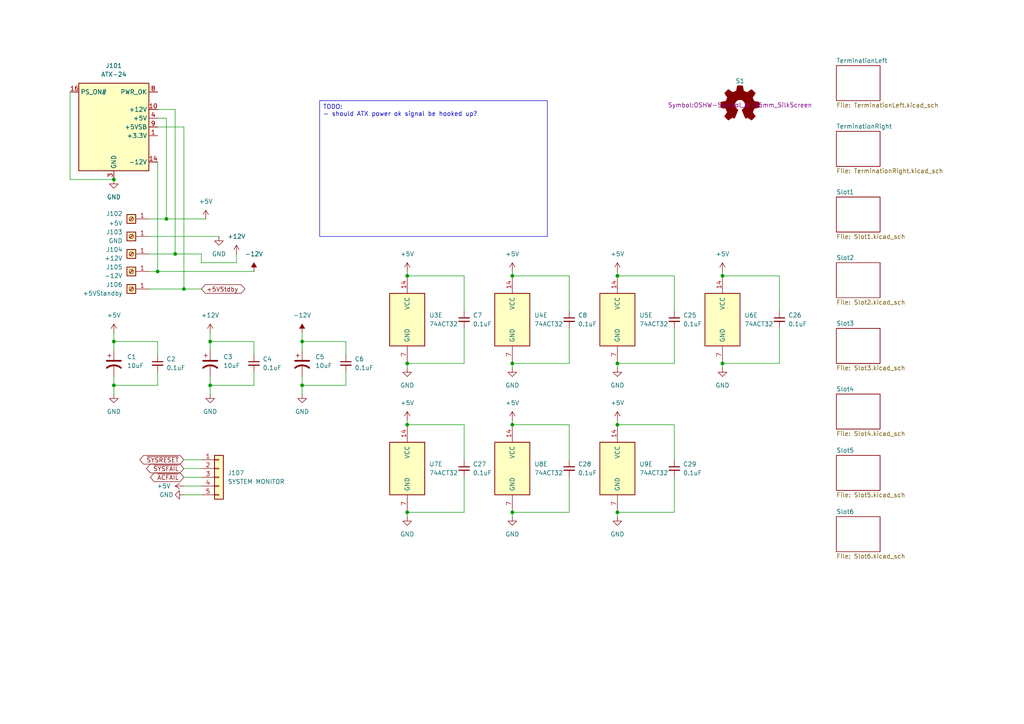
<source format=kicad_sch>
(kicad_sch (version 20231120) (generator "eeschema") (generator_version "8.0")
  (paper "A4")
  (title_block (title "6-Slot Backplane") (rev "1"))
  (lib_symbols
    (symbol "74xx:74LS32" (pin_names (offset 1.016))
      (property "Reference" "U" (at 0 1.27 0))
      (property "Value" "74LS32" (at 0 -1.27 0))
      (symbol "74LS32_1_1"
        (arc (start -3.81 -3.81) (mid -2.589 0) (end -3.81 3.81) (stroke (width 0.254)))
        (arc (start -0.6096 -3.81) (mid 2.1842 -2.5851) (end 3.81 0) (stroke (width 0.254)) (fill (type background)))
        (polyline (pts (xy -3.81 -3.81) (xy -0.635 -3.81)) (stroke (width 0.254)) (fill (type background)))
        (polyline (pts (xy -3.81 3.81) (xy -0.635 3.81)) (stroke (width 0.254)) (fill (type background)))
        (polyline (pts (xy -0.635 3.81) (xy -3.81 3.81) (xy -3.81 3.81) (xy -3.556 3.4036) (xy -3.0226 2.2606) (xy -2.6924 1.0414) (xy -2.6162 -0.254) (xy -2.7686 -1.4986) (xy -3.175 -2.7178) (xy -3.81 -3.81) (xy -3.81 -3.81) (xy -0.635 -3.81)) (stroke (width -25.4)) (fill (type background)))
        (arc (start 3.81 0) (mid 2.1915 2.5936) (end -0.6096 3.81) (stroke (width 0.254)) (fill (type background)))
        (pin input line (at -7.62 2.54 0) (length 4.318) (name "~") (number "1"))
        (pin input line (at -7.62 -2.54 0) (length 4.318) (name "~") (number "2"))
        (pin output line (at 7.62 0 180) (length 3.81) (name "~") (number "3"))
      )
      (symbol "74LS32_1_2"
        (arc (start 0 -3.81) (mid 3.7934 0) (end 0 3.81) (stroke (width 0.254)) (fill (type background)))
        (polyline (pts (xy 0 3.81) (xy -3.81 3.81) (xy -3.81 -3.81) (xy 0 -3.81)) (stroke (width 0.254)) (fill (type background)))
        (pin input inverted (at -7.62 2.54 0) (length 3.81) (name "~") (number "1"))
        (pin input inverted (at -7.62 -2.54 0) (length 3.81) (name "~") (number "2"))
        (pin output inverted (at 7.62 0 180) (length 3.81) (name "~") (number "3"))
      )
      (symbol "74LS32_2_1"
        (arc (start -3.81 -3.81) (mid -2.589 0) (end -3.81 3.81) (stroke (width 0.254)))
        (arc (start -0.6096 -3.81) (mid 2.1842 -2.5851) (end 3.81 0) (stroke (width 0.254)) (fill (type background)))
        (polyline (pts (xy -3.81 -3.81) (xy -0.635 -3.81)) (stroke (width 0.254)) (fill (type background)))
        (polyline (pts (xy -3.81 3.81) (xy -0.635 3.81)) (stroke (width 0.254)) (fill (type background)))
        (polyline (pts (xy -0.635 3.81) (xy -3.81 3.81) (xy -3.81 3.81) (xy -3.556 3.4036) (xy -3.0226 2.2606) (xy -2.6924 1.0414) (xy -2.6162 -0.254) (xy -2.7686 -1.4986) (xy -3.175 -2.7178) (xy -3.81 -3.81) (xy -3.81 -3.81) (xy -0.635 -3.81)) (stroke (width -25.4)) (fill (type background)))
        (arc (start 3.81 0) (mid 2.1915 2.5936) (end -0.6096 3.81) (stroke (width 0.254)) (fill (type background)))
        (pin input line (at -7.62 2.54 0) (length 4.318) (name "~") (number "4"))
        (pin input line (at -7.62 -2.54 0) (length 4.318) (name "~") (number "5"))
        (pin output line (at 7.62 0 180) (length 3.81) (name "~") (number "6"))
      )
      (symbol "74LS32_2_2"
        (arc (start 0 -3.81) (mid 3.7934 0) (end 0 3.81) (stroke (width 0.254)) (fill (type background)))
        (polyline (pts (xy 0 3.81) (xy -3.81 3.81) (xy -3.81 -3.81) (xy 0 -3.81)) (stroke (width 0.254)) (fill (type background)))
        (pin input inverted (at -7.62 2.54 0) (length 3.81) (name "~") (number "4"))
        (pin input inverted (at -7.62 -2.54 0) (length 3.81) (name "~") (number "5"))
        (pin output inverted (at 7.62 0 180) (length 3.81) (name "~") (number "6"))
      )
      (symbol "74LS32_3_1"
        (arc (start -3.81 -3.81) (mid -2.589 0) (end -3.81 3.81) (stroke (width 0.254)))
        (arc (start -0.6096 -3.81) (mid 2.1842 -2.5851) (end 3.81 0) (stroke (width 0.254)) (fill (type background)))
        (polyline (pts (xy -3.81 -3.81) (xy -0.635 -3.81)) (stroke (width 0.254)) (fill (type background)))
        (polyline (pts (xy -3.81 3.81) (xy -0.635 3.81)) (stroke (width 0.254)) (fill (type background)))
        (polyline (pts (xy -0.635 3.81) (xy -3.81 3.81) (xy -3.81 3.81) (xy -3.556 3.4036) (xy -3.0226 2.2606) (xy -2.6924 1.0414) (xy -2.6162 -0.254) (xy -2.7686 -1.4986) (xy -3.175 -2.7178) (xy -3.81 -3.81) (xy -3.81 -3.81) (xy -0.635 -3.81)) (stroke (width -25.4)) (fill (type background)))
        (arc (start 3.81 0) (mid 2.1915 2.5936) (end -0.6096 3.81) (stroke (width 0.254)) (fill (type background)))
        (pin input line (at -7.62 -2.54 0) (length 4.318) (name "~") (number "10"))
        (pin output line (at 7.62 0 180) (length 3.81) (name "~") (number "8"))
        (pin input line (at -7.62 2.54 0) (length 4.318) (name "~") (number "9"))
      )
      (symbol "74LS32_3_2"
        (arc (start 0 -3.81) (mid 3.7934 0) (end 0 3.81) (stroke (width 0.254)) (fill (type background)))
        (polyline (pts (xy 0 3.81) (xy -3.81 3.81) (xy -3.81 -3.81) (xy 0 -3.81)) (stroke (width 0.254)) (fill (type background)))
        (pin input inverted (at -7.62 -2.54 0) (length 3.81) (name "~") (number "10"))
        (pin output inverted (at 7.62 0 180) (length 3.81) (name "~") (number "8"))
        (pin input inverted (at -7.62 2.54 0) (length 3.81) (name "~") (number "9"))
      )
      (symbol "74LS32_4_1"
        (arc (start -3.81 -3.81) (mid -2.589 0) (end -3.81 3.81) (stroke (width 0.254)))
        (arc (start -0.6096 -3.81) (mid 2.1842 -2.5851) (end 3.81 0) (stroke (width 0.254)) (fill (type background)))
        (polyline (pts (xy -3.81 -3.81) (xy -0.635 -3.81)) (stroke (width 0.254)) (fill (type background)))
        (polyline (pts (xy -3.81 3.81) (xy -0.635 3.81)) (stroke (width 0.254)) (fill (type background)))
        (polyline (pts (xy -0.635 3.81) (xy -3.81 3.81) (xy -3.81 3.81) (xy -3.556 3.4036) (xy -3.0226 2.2606) (xy -2.6924 1.0414) (xy -2.6162 -0.254) (xy -2.7686 -1.4986) (xy -3.175 -2.7178) (xy -3.81 -3.81) (xy -3.81 -3.81) (xy -0.635 -3.81)) (stroke (width -25.4)) (fill (type background)))
        (arc (start 3.81 0) (mid 2.1915 2.5936) (end -0.6096 3.81) (stroke (width 0.254)) (fill (type background)))
        (pin output line (at 7.62 0 180) (length 3.81) (name "~") (number "11"))
        (pin input line (at -7.62 2.54 0) (length 4.318) (name "~") (number "12"))
        (pin input line (at -7.62 -2.54 0) (length 4.318) (name "~") (number "13"))
      )
      (symbol "74LS32_4_2"
        (arc (start 0 -3.81) (mid 3.7934 0) (end 0 3.81) (stroke (width 0.254)) (fill (type background)))
        (polyline (pts (xy 0 3.81) (xy -3.81 3.81) (xy -3.81 -3.81) (xy 0 -3.81)) (stroke (width 0.254)) (fill (type background)))
        (pin output inverted (at 7.62 0 180) (length 3.81) (name "~") (number "11"))
        (pin input inverted (at -7.62 2.54 0) (length 3.81) (name "~") (number "12"))
        (pin input inverted (at -7.62 -2.54 0) (length 3.81) (name "~") (number "13"))
      )
      (symbol "74LS32_5_0"
        (pin power_in line (at 0 12.7 270) (length 5.08) (name "VCC") (number "14"))
        (pin power_in line (at 0 -12.7 90) (length 5.08) (name "GND") (number "7"))
      )
      (symbol "74LS32_5_1"
        (rectangle (start -5.08 7.62) (end 5.08 -7.62) (stroke (width 0.254)) (fill (type background)))
      )
    )
    (symbol "Connector:ATX-24"
      (property "Reference" "J" (at -8.89 13.97 0))
      (property "Value" "ATX-24" (at 6.35 13.97 0))
      (symbol "ATX-24_0_1"
        (rectangle (start -10.16 12.7) (end 10.16 -12.7) (stroke (width 0.254)) (fill (type background)))
      )
      (symbol "ATX-24_1_1"
        (pin power_out line (at 12.7 -2.54 180) (length 2.54) (name "+3.3V") (number "1"))
        (pin power_out line (at 12.7 5.08 180) (length 2.54) (name "+12V") (number "10"))
        (pin passive line (at 12.7 5.08 180) (length 2.54) hide (name "+12V") (number "11"))
        (pin passive line (at 12.7 -2.54 180) (length 2.54) hide (name "+3.3V") (number "12"))
        (pin passive line (at 12.7 -2.54 180) (length 2.54) hide (name "+3.3V") (number "13"))
        (pin power_out line (at 12.7 -10.16 180) (length 2.54) (name "-12V") (number "14"))
        (pin passive line (at 0 -15.24 90) (length 2.54) hide (name "GND") (number "15"))
        (pin open_collector line (at -12.7 10.16 0) (length 2.54) (name "PS_ON#") (number "16"))
        (pin passive line (at 0 -15.24 90) (length 2.54) hide (name "GND") (number "17"))
        (pin passive line (at 0 -15.24 90) (length 2.54) hide (name "GND") (number "18"))
        (pin passive line (at 0 -15.24 90) (length 2.54) hide (name "GND") (number "19"))
        (pin passive line (at 12.7 -2.54 180) (length 2.54) hide (name "+3.3V") (number "2"))
        (pin no_connect line (at -10.16 0 0) (length 2.54) hide (name "NC") (number "20"))
        (pin passive line (at 12.7 2.54 180) (length 2.54) hide (name "+5V") (number "21"))
        (pin passive line (at 12.7 2.54 180) (length 2.54) hide (name "+5V") (number "22"))
        (pin passive line (at 12.7 2.54 180) (length 2.54) hide (name "+5V") (number "23"))
        (pin passive line (at 0 -15.24 90) (length 2.54) hide (name "GND") (number "24"))
        (pin power_out line (at 0 -15.24 90) (length 2.54) (name "GND") (number "3"))
        (pin power_out line (at 12.7 2.54 180) (length 2.54) (name "+5V") (number "4"))
        (pin passive line (at 0 -15.24 90) (length 2.54) hide (name "GND") (number "5"))
        (pin passive line (at 12.7 2.54 180) (length 2.54) hide (name "+5V") (number "6"))
        (pin passive line (at 0 -15.24 90) (length 2.54) hide (name "GND") (number "7"))
        (pin output line (at 12.7 10.16 180) (length 2.54) (name "PWR_OK") (number "8"))
        (pin power_out line (at 12.7 0 180) (length 2.54) (name "+5VSB") (number "9"))
      )
    )
    (symbol "Connector:Screw_Terminal_01x01" (pin_names (offset 1.016) hide)
      (property "Reference" "J" (at 0 2.54 0))
      (property "Value" "Screw_Terminal_01x01" (at 0 -2.54 0))
      (symbol "Screw_Terminal_01x01_1_1"
        (rectangle (start -1.27 1.27) (end 1.27 -1.27) (stroke (width 0.254)) (fill (type background)))
        (polyline (pts (xy -0.5334 0.3302) (xy 0.3302 -0.508)) (stroke (width 0.1524)))
        (polyline (pts (xy -0.3556 0.508) (xy 0.508 -0.3302)) (stroke (width 0.1524)))
        (circle (center 0 0) (radius 0.635) (stroke (width 0.1524)))
        (pin passive line (at -5.08 0 0) (length 3.81) (name "Pin_1") (number "1"))
      )
    )
    (symbol "Connector_Generic:Conn_01x05" (pin_names (offset 1.016) hide)
      (property "Reference" "J" (at 0 7.62 0))
      (property "Value" "Conn_01x05" (at 0 -7.62 0))
      (symbol "Conn_01x05_1_1"
        (rectangle (start -1.27 -4.953) (end 0 -5.207) (stroke (width 0.1524)))
        (rectangle (start -1.27 -2.413) (end 0 -2.667) (stroke (width 0.1524)))
        (rectangle (start -1.27 0.127) (end 0 -0.127) (stroke (width 0.1524)))
        (rectangle (start -1.27 2.667) (end 0 2.413) (stroke (width 0.1524)))
        (rectangle (start -1.27 5.207) (end 0 4.953) (stroke (width 0.1524)))
        (rectangle (start -1.27 6.35) (end 1.27 -6.35) (stroke (width 0.254)) (fill (type background)))
        (pin passive line (at -5.08 5.08 0) (length 3.81) (name "Pin_1") (number "1"))
        (pin passive line (at -5.08 2.54 0) (length 3.81) (name "Pin_2") (number "2"))
        (pin passive line (at -5.08 0 0) (length 3.81) (name "Pin_3") (number "3"))
        (pin passive line (at -5.08 -2.54 0) (length 3.81) (name "Pin_4") (number "4"))
        (pin passive line (at -5.08 -5.08 0) (length 3.81) (name "Pin_5") (number "5"))
      )
    )
    (symbol "Device:C_Polarized_US" (pin_numbers hide) (pin_names (offset 0.254) hide)
      (property "Reference" "C" (at 0.635 2.54 0))
      (property "Value" "C_Polarized_US" (at 0.635 -2.54 0))
      (symbol "C_Polarized_US_0_1"
        (polyline (pts (xy -2.032 0.762) (xy 2.032 0.762)) (stroke (width 0.508)))
        (polyline (pts (xy -1.778 2.286) (xy -0.762 2.286)))
        (polyline (pts (xy -1.27 1.778) (xy -1.27 2.794)))
        (arc (start 2.032 -1.27) (mid 0 -0.5572) (end -2.032 -1.27) (stroke (width 0.508)))
      )
      (symbol "C_Polarized_US_1_1"
        (pin passive line (at 0 3.81 270) (length 2.794) (name "~") (number "1"))
        (pin passive line (at 0 -3.81 90) (length 3.302) (name "~") (number "2"))
      )
    )
    (symbol "Device:C_Small" (pin_numbers hide) (pin_names (offset 0.254) hide)
      (property "Reference" "C" (at 0.254 1.778 0))
      (property "Value" "C_Small" (at 0.254 -2.032 0))
      (symbol "C_Small_0_1"
        (polyline (pts (xy -1.524 -0.508) (xy 1.524 -0.508)) (stroke (width 0.3302)))
        (polyline (pts (xy -1.524 0.508) (xy 1.524 0.508)) (stroke (width 0.3048)))
      )
      (symbol "C_Small_1_1"
        (pin passive line (at 0 2.54 270) (length 2.032) (name "~") (number "1"))
        (pin passive line (at 0 -2.54 90) (length 2.032) (name "~") (number "2"))
      )
    )
    (symbol "Graphic:Logo_Open_Hardware_Small" (in_bom no) (on_board no)
      (symbol "Logo_Open_Hardware_Small_0_1"
        (polyline (pts (xy 3.3528 -4.3434) (xy 3.302 -4.318) (xy 3.175 -4.2418) (xy 2.9972 -4.1148) (xy 2.7686 -3.9624) (xy 2.54 -3.81) (xy 2.3622 -3.7084) (xy 2.2352 -3.6068) (xy 2.1844 -3.5814) (xy 2.159 -3.6068) (xy 2.0574 -3.6576) (xy 1.905 -3.7338) (xy 1.8034 -3.7846) (xy 1.6764 -3.8354) (xy 1.6002 -3.8354) (xy 1.6002 -3.8354) (xy 1.5494 -3.7338) (xy 1.4732 -3.5306) (xy 1.3462 -3.302) (xy 1.2446 -3.0226) (xy 1.1176 -2.7178) (xy 0.9652 -2.413) (xy 0.8636 -2.1082) (xy 0.7366 -1.8288) (xy 0.6604 -1.6256) (xy 0.6096 -1.4732) (xy 0.5842 -1.397) (xy 0.5842 -1.397) (xy 0.6604 -1.3208) (xy 0.7874 -1.2446) (xy 1.0414 -1.016) (xy 1.2954 -0.6858) (xy 1.4478 -0.3302) (xy 1.524 0.0762) (xy 1.4732 0.4572) (xy 1.3208 0.8128) (xy 1.0668 1.143) (xy 0.762 1.3716) (xy 0.4064 1.524) (xy 0 1.5748) (xy -0.381 1.5494) (xy -0.7366 1.397) (xy -1.0668 1.143) (xy -1.2192 0.9906) (xy -1.397 0.6604) (xy -1.524 0.3048) (xy -1.524 0.2286) (xy -1.4986 -0.1778) (xy -1.397 -0.5334) (xy -1.1938 -0.8636) (xy -0.9144 -1.143) (xy -0.8636 -1.1684) (xy -0.7366 -1.27) (xy -0.635 -1.3462) (xy -0.5842 -1.397) (xy -1.0668 -2.5908) (xy -1.143 -2.794) (xy -1.2954 -3.1242) (xy -1.397 -3.4036) (xy -1.4986 -3.6322) (xy -1.5748 -3.7846) (xy -1.6002 -3.8354) (xy -1.6002 -3.8354) (xy -1.651 -3.8354) (xy -1.7272 -3.81) (xy -1.905 -3.7338) (xy -2.0066 -3.683) (xy -2.1336 -3.6068) (xy -2.2098 -3.5814) (xy -2.2606 -3.6068) (xy -2.3622 -3.683) (xy -2.54 -3.81) (xy -2.7686 -3.9624) (xy -2.9718 -4.0894) (xy -3.1496 -4.2164) (xy -3.302 -4.318) (xy -3.3528 -4.3434) (xy -3.3782 -4.3434) (xy -3.429 -4.318) (xy -3.5306 -4.2164) (xy -3.7084 -4.064) (xy -3.937 -3.8354) (xy -3.9624 -3.81) (xy -4.1656 -3.6068) (xy -4.318 -3.4544) (xy -4.4196 -3.3274) (xy -4.445 -3.2766) (xy -4.445 -3.2766) (xy -4.4196 -3.2258) (xy -4.318 -3.0734) (xy -4.2164 -2.8956) (xy -4.064 -2.667) (xy -3.6576 -2.0828) (xy -3.8862 -1.5494) (xy -3.937 -1.3716) (xy -4.0386 -1.1684) (xy -4.0894 -1.0414) (xy -4.1148 -0.9652) (xy -4.191 -0.9398) (xy -4.318 -0.9144) (xy -4.5466 -0.8636) (xy -4.8006 -0.8128) (xy -5.0546 -0.7874) (xy -5.2578 -0.7366) (xy -5.4356 -0.7112) (xy -5.5118 -0.6858) (xy -5.5118 -0.6858) (xy -5.5372 -0.635) (xy -5.5372 -0.5588) (xy -5.5372 -0.4318) (xy -5.5626 -0.2286) (xy -5.5626 0.0762) (xy -5.5626 0.127) (xy -5.5372 0.4064) (xy -5.5372 0.635) (xy -5.5372 0.762) (xy -5.5372 0.8382) (xy -5.5372 0.8382) (xy -5.461 0.8382) (xy -5.3086 0.889) (xy -5.08 0.9144) (xy -4.826 0.9652) (xy -4.8006 0.9906) (xy -4.5466 1.0414) (xy -4.318 1.0668) (xy -4.1656 1.1176) (xy -4.0894 1.143) (xy -4.0894 1.143) (xy -4.0386 1.2446) (xy -3.9624 1.4224) (xy -3.8608 1.6256) (xy -3.7846 1.8288) (xy -3.7084 2.0066) (xy -3.6576 2.159) (xy -3.6322 2.2098) (xy -3.6322 2.2098) (xy -3.683 2.286) (xy -3.7592 2.413) (xy -3.8862 2.5908) (xy -4.064 2.8194) (xy -4.064 2.8448) (xy -4.2164 3.0734) (xy -4.3434 3.2512) (xy -4.4196 3.3782) (xy -4.445 3.4544) (xy -4.445 3.4544) (xy -4.3942 3.5052) (xy -4.2926 3.6322) (xy -4.1148 3.81) (xy -3.937 4.0132) (xy -3.8608 4.064) (xy -3.6576 4.2926) (xy -3.5052 4.4196) (xy -3.4036 4.4958) (xy -3.3528 4.5212) (xy -3.3528 4.5212) (xy -3.302 4.4704) (xy -3.1496 4.3688) (xy -2.9718 4.2418) (xy -2.7432 4.0894) (xy -2.7178 4.0894) (xy -2.4892 3.937) (xy -2.3114 3.81) (xy -2.1844 3.7084) (xy -2.1336 3.683) (xy -2.1082 3.683) (xy -2.032 3.7084) (xy -1.8542 3.7592) (xy -1.6764 3.8354) (xy -1.4732 3.937) (xy -1.27 4.0132) (xy -1.143 4.064) (xy -1.0668 4.1148) (xy -1.0668 4.1148) (xy -1.0414 4.191) (xy -1.016 4.3434) (xy -0.9652 4.572) (xy -0.9144 4.8514) (xy -0.889 4.9022) (xy -0.8382 5.1562) (xy -0.8128 5.3848) (xy -0.7874 5.5372) (xy -0.762 5.588) (xy -0.7112 5.6134) (xy -0.5842 5.6134) (xy -0.4064 5.6134) (xy -0.1524 5.6134) (xy 0.0762 5.6134) (xy 0.3302 5.6134) (xy 0.5334 5.6134) (xy 0.6858 5.588) (xy 0.7366 5.588) (xy 0.7366 5.588) (xy 0.762 5.5118) (xy 0.8128 5.334) (xy 0.8382 5.1054) (xy 0.9144 4.826) (xy 0.9144 4.7752) (xy 0.9652 4.5212) (xy 1.016 4.2926) (xy 1.0414 4.1402) (xy 1.0668 4.0894) (xy 1.0668 4.0894) (xy 1.1938 4.0386) (xy 1.3716 3.9624) (xy 1.5748 3.8608) (xy 2.0828 3.6576) (xy 2.7178 4.0894) (xy 2.7686 4.1402) (xy 2.9972 4.2926) (xy 3.175 4.4196) (xy 3.302 4.4958) (xy 3.3782 4.5212) (xy 3.3782 4.5212) (xy 3.429 4.4704) (xy 3.556 4.3434) (xy 3.7338 4.191) (xy 3.9116 3.9878) (xy 4.064 3.8354) (xy 4.2418 3.6576) (xy 4.3434 3.556) (xy 4.4196 3.4798) (xy 4.4196 3.429) (xy 4.4196 3.4036) (xy 4.3942 3.3274) (xy 4.2926 3.2004) (xy 4.1656 2.9972) (xy 4.0132 2.794) (xy 3.8862 2.5908) (xy 3.7592 2.3876) (xy 3.6576 2.2352) (xy 3.6322 2.159) (xy 3.6322 2.1336) (xy 3.683 2.0066) (xy 3.7592 1.8288) (xy 3.8608 1.6002) (xy 4.064 1.1176) (xy 4.3942 1.0414) (xy 4.5974 1.016) (xy 4.8768 0.9652) (xy 5.1308 0.9144) (xy 5.5372 0.8382) (xy 5.5626 -0.6604) (xy 5.4864 -0.6858) (xy 5.4356 -0.6858) (xy 5.2832 -0.7366) (xy 5.0546 -0.762) (xy 4.8006 -0.8128) (xy 4.5974 -0.8636) (xy 4.3688 -0.9144) (xy 4.2164 -0.9398) (xy 4.1402 -0.9398) (xy 4.1148 -0.9652) (xy 4.064 -1.0668) (xy 3.9878 -1.2446) (xy 3.9116 -1.4478) (xy 3.81 -1.651) (xy 3.7338 -1.8542) (xy 3.683 -2.0066) (xy 3.6576 -2.0828) (xy 3.683 -2.1336) (xy 3.7846 -2.2606) (xy 3.8862 -2.4638) (xy 4.0386 -2.667) (xy 4.191 -2.8956) (xy 4.318 -3.0734) (xy 4.3942 -3.2004) (xy 4.445 -3.2766) (xy 4.4196 -3.3274) (xy 4.3434 -3.429) (xy 4.1656 -3.5814) (xy 3.937 -3.8354) (xy 3.8862 -3.8608) (xy 3.683 -4.064) (xy 3.5306 -4.2164) (xy 3.4036 -4.318) (xy 3.3528 -4.3434)) (fill (type outline)))
      )
    )
    (symbol "power:+12V" (power) (pin_numbers hide) (pin_names (offset 0) hide)
      (property "Value" "+12V" (at 0 3.556 0))
      (symbol "+12V_0_1"
        (polyline (pts (xy -0.762 1.27) (xy 0 2.54)))
        (polyline (pts (xy 0 0) (xy 0 2.54)))
        (polyline (pts (xy 0 2.54) (xy 0.762 1.27)))
      )
      (symbol "+12V_1_1"
        (pin power_in line (at 0 0 90) (length 0) (name "~") (number "1"))
      )
    )
    (symbol "power:+5V" (power) (pin_numbers hide) (pin_names (offset 0) hide)
      (property "Value" "+5V" (at 0 3.556 0))
      (symbol "+5V_0_1"
        (polyline (pts (xy -0.762 1.27) (xy 0 2.54)))
        (polyline (pts (xy 0 0) (xy 0 2.54)))
        (polyline (pts (xy 0 2.54) (xy 0.762 1.27)))
      )
      (symbol "+5V_1_1"
        (pin power_in line (at 0 0 90) (length 0) (name "~") (number "1"))
      )
    )
    (symbol "power:-12V" (power) (pin_numbers hide) (pin_names (offset 0) hide)
      (property "Value" "-12V" (at 0 3.556 0))
      (symbol "-12V_0_0"
        (pin power_in line (at 0 0 90) (length 0) (name "~") (number "1"))
      )
      (symbol "-12V_0_1"
        (polyline (pts (xy 0 0) (xy 0 1.27) (xy 0.762 1.27) (xy 0 2.54) (xy -0.762 1.27) (xy 0 1.27)) (fill (type outline)))
      )
    )
    (symbol "power:GND" (power) (pin_numbers hide) (pin_names (offset 0) hide)
      (property "Value" "GND" (at 0 -3.81 0))
      (symbol "GND_0_1"
        (polyline (pts (xy 0 0) (xy 0 -1.27) (xy 1.27 -1.27) (xy 0 -2.54) (xy -1.27 -1.27) (xy 0 -1.27)))
      )
      (symbol "GND_1_1"
        (pin power_in line (at 0 0 270) (length 0) (name "~") (number "1"))
      )
    )
  )
  (junction (at 33.02 52.07))
  (junction (at 48.26 63.5))
  (junction (at 209.55 105.41))
  (junction (at 53.34 83.82))
  (junction (at 118.11 80.01))
  (junction (at 148.59 148.59))
  (junction (at 148.59 105.41))
  (junction (at 87.63 99.06))
  (junction (at 118.11 105.41))
  (junction (at 118.11 148.59))
  (junction (at 33.02 111.76))
  (junction (at 148.59 80.01))
  (junction (at 50.8 73.66))
  (junction (at 87.63 111.76))
  (junction (at 209.55 80.01))
  (junction (at 45.72 78.74))
  (junction (at 60.96 111.76))
  (junction (at 179.07 105.41))
  (junction (at 60.96 99.06))
  (junction (at 33.02 99.06))
  (junction (at 179.07 80.01))
  (junction (at 148.59 123.19))
  (junction (at 118.11 123.19))
  (junction (at 179.07 148.59))
  (junction (at 179.07 123.19))
  (wire (pts (xy 50.8 73.66) (xy 58.42 73.66)))
  (wire (pts (xy 100.33 99.06) (xy 87.63 99.06)))
  (wire (pts (xy 118.11 78.74) (xy 118.11 80.01)))
  (wire (pts (xy 45.72 78.74) (xy 73.66 78.74)))
  (wire (pts (xy 87.63 96.52) (xy 87.63 99.06)))
  (wire (pts (xy 53.34 36.83) (xy 45.72 36.83)))
  (wire (pts (xy 60.96 109.22) (xy 60.96 111.76)))
  (wire (pts (xy 148.59 80.01) (xy 165.1 80.01)))
  (wire (pts (xy 165.1 133.35) (xy 165.1 123.19)))
  (wire (pts (xy 179.07 149.86) (xy 179.07 148.59)))
  (wire (pts (xy 60.96 96.52) (xy 60.96 99.06)))
  (wire (pts (xy 134.62 138.43) (xy 134.62 148.59)))
  (wire (pts (xy 73.66 102.87) (xy 73.66 99.06)))
  (wire (pts (xy 226.06 90.17) (xy 226.06 80.01)))
  (wire (pts (xy 20.32 26.67) (xy 20.32 52.07)))
  (wire (pts (xy 73.66 99.06) (xy 60.96 99.06)))
  (wire (pts (xy 134.62 105.41) (xy 118.11 105.41)))
  (wire (pts (xy 87.63 109.22) (xy 87.63 111.76)))
  (wire (pts (xy 43.18 83.82) (xy 53.34 83.82)))
  (wire (pts (xy 118.11 149.86) (xy 118.11 148.59)))
  (wire (pts (xy 179.07 121.92) (xy 179.07 123.19)))
  (wire (pts (xy 165.1 95.25) (xy 165.1 105.41)))
  (wire (pts (xy 20.32 52.07) (xy 33.02 52.07)))
  (wire (pts (xy 195.58 138.43) (xy 195.58 148.59)))
  (wire (pts (xy 33.02 109.22) (xy 33.02 111.76)))
  (wire (pts (xy 43.18 68.58) (xy 63.5 68.58)))
  (wire (pts (xy 134.62 133.35) (xy 134.62 123.19)))
  (wire (pts (xy 226.06 105.41) (xy 209.55 105.41)))
  (wire (pts (xy 87.63 99.06) (xy 87.63 101.6)))
  (wire (pts (xy 195.58 90.17) (xy 195.58 80.01)))
  (wire (pts (xy 48.26 63.5) (xy 48.26 34.29)))
  (wire (pts (xy 179.07 80.01) (xy 195.58 80.01)))
  (wire (pts (xy 53.34 135.89) (xy 58.42 135.89)))
  (wire (pts (xy 165.1 148.59) (xy 148.59 148.59)))
  (wire (pts (xy 118.11 123.19) (xy 134.62 123.19)))
  (wire (pts (xy 45.72 99.06) (xy 33.02 99.06)))
  (wire (pts (xy 100.33 102.87) (xy 100.33 99.06)))
  (wire (pts (xy 134.62 95.25) (xy 134.62 105.41)))
  (wire (pts (xy 195.58 148.59) (xy 179.07 148.59)))
  (wire (pts (xy 179.07 78.74) (xy 179.07 80.01)))
  (wire (pts (xy 134.62 90.17) (xy 134.62 80.01)))
  (wire (pts (xy 33.02 99.06) (xy 33.02 101.6)))
  (wire (pts (xy 148.59 123.19) (xy 165.1 123.19)))
  (wire (pts (xy 148.59 78.74) (xy 148.59 80.01)))
  (wire (pts (xy 48.26 34.29) (xy 45.72 34.29)))
  (wire (pts (xy 50.8 31.75) (xy 45.72 31.75)))
  (wire (pts (xy 60.96 111.76) (xy 60.96 114.3)))
  (wire (pts (xy 226.06 95.25) (xy 226.06 105.41)))
  (wire (pts (xy 100.33 107.95) (xy 100.33 111.76)))
  (wire (pts (xy 45.72 78.74) (xy 43.18 78.74)))
  (wire (pts (xy 148.59 149.86) (xy 148.59 148.59)))
  (wire (pts (xy 87.63 111.76) (xy 87.63 114.3)))
  (wire (pts (xy 118.11 80.01) (xy 134.62 80.01)))
  (wire (pts (xy 45.72 46.99) (xy 45.72 78.74)))
  (wire (pts (xy 53.34 140.97) (xy 58.42 140.97)))
  (wire (pts (xy 45.72 107.95) (xy 45.72 111.76)))
  (wire (pts (xy 195.58 95.25) (xy 195.58 105.41)))
  (wire (pts (xy 100.33 111.76) (xy 87.63 111.76)))
  (wire (pts (xy 148.59 121.92) (xy 148.59 123.19)))
  (wire (pts (xy 179.07 123.19) (xy 195.58 123.19)))
  (wire (pts (xy 50.8 73.66) (xy 50.8 31.75)))
  (wire (pts (xy 165.1 105.41) (xy 148.59 105.41)))
  (wire (pts (xy 148.59 106.68) (xy 148.59 105.41)))
  (wire (pts (xy 33.02 111.76) (xy 33.02 114.3)))
  (wire (pts (xy 53.34 133.35) (xy 58.42 133.35)))
  (wire (pts (xy 134.62 148.59) (xy 118.11 148.59)))
  (wire (pts (xy 165.1 138.43) (xy 165.1 148.59)))
  (wire (pts (xy 209.55 80.01) (xy 226.06 80.01)))
  (wire (pts (xy 48.26 63.5) (xy 43.18 63.5)))
  (wire (pts (xy 53.34 83.82) (xy 58.42 83.82)))
  (wire (pts (xy 45.72 111.76) (xy 33.02 111.76)))
  (wire (pts (xy 73.66 107.95) (xy 73.66 111.76)))
  (wire (pts (xy 73.66 111.76) (xy 60.96 111.76)))
  (wire (pts (xy 118.11 106.68) (xy 118.11 105.41)))
  (wire (pts (xy 45.72 102.87) (xy 45.72 99.06)))
  (wire (pts (xy 53.34 83.82) (xy 53.34 36.83)))
  (wire (pts (xy 50.8 73.66) (xy 43.18 73.66)))
  (wire (pts (xy 53.34 143.51) (xy 58.42 143.51)))
  (wire (pts (xy 209.55 106.68) (xy 209.55 105.41)))
  (wire (pts (xy 179.07 106.68) (xy 179.07 105.41)))
  (wire (pts (xy 118.11 121.92) (xy 118.11 123.19)))
  (wire (pts (xy 165.1 90.17) (xy 165.1 80.01)))
  (wire (pts (xy 53.34 138.43) (xy 58.42 138.43)))
  (wire (pts (xy 68.58 76.2) (xy 68.58 73.66)))
  (wire (pts (xy 209.55 78.74) (xy 209.55 80.01)))
  (wire (pts (xy 58.42 76.2) (xy 58.42 73.66)))
  (wire (pts (xy 68.58 76.2) (xy 58.42 76.2)))
  (wire (pts (xy 195.58 105.41) (xy 179.07 105.41)))
  (wire (pts (xy 33.02 96.52) (xy 33.02 99.06)))
  (wire (pts (xy 60.96 99.06) (xy 60.96 101.6)))
  (wire (pts (xy 195.58 133.35) (xy 195.58 123.19)))
  (wire (pts (xy 48.26 63.5) (xy 59.69 63.5)))
  (text_box "TODO:\n- should ATX power ok signal be hooked up?" (at 92.71 29.21 0) (size 66.04 39.37) (effects (font (size 1.27 1.27)) (justify left top)))
  (global_label "~{SYSRESET}" (shape bidirectional) (at 53.34 133.35 180) (property "Intersheetrefs" "${INTERSHEET_REFS}" (effects (hide yes))))
  (global_label "+5VStdby" (shape bidirectional) (at 58.42 83.82 0) (property "Intersheetrefs" "${INTERSHEET_REFS}" (effects (hide yes))))
  (global_label "~{SYSFAIL}" (shape bidirectional) (at 53.34 135.89 180) (property "Intersheetrefs" "${INTERSHEET_REFS}" (effects (hide yes))))
  (global_label "~{ACFAIL}" (shape bidirectional) (at 53.34 138.43 180) (property "Intersheetrefs" "${INTERSHEET_REFS}" (effects (hide yes))))
  (symbol (lib_id "Connector:ATX-24") (at 33.02 36.83 0) (unit 1)
    (property "Reference" "J101" (at 33.02 19.05 0))
    (property "Value" "ATX-24" (at 33.02 21.59 0))
    (property "Footprint" "Computie_Connectors:TE_1-1775099-3_ATX_24_Pin_PowerSupply" (effects (hide yes)))
    (property "Datasheet" "https://www.intel.com/content/dam/www/public/us/en/documents/guides/power-supply-design-guide-june.pdf#page=33" (effects (hide yes)))
    (property "Description" "ATX Power supply 24pins" (effects (hide yes)))
  )
  (symbol (lib_id "Device:C_Small") (at 195.58 135.89 0) (unit 1)
    (property "Reference" "C29" (at 198.12 134.6262 0) (effects (justify left)))
    (property "Value" "0.1uF" (at 198.12 137.1662 0) (effects (justify left)))
    (property "Description" "Unpolarized capacitor, small symbol" (effects (hide yes)))
  )
  (symbol (lib_id "power:+5V") (at 179.07 121.92 0) (unit 1)
    (property "Reference" "#PWR0175" (effects (hide yes)))
    (property "Value" "+5V" (at 179.07 116.84 0))
    (property "Description" "Power symbol creates a global label with name \"+5V\"" (effects (hide yes)))
  )
  (symbol (lib_id "power:-12V") (at 73.66 78.74 0) (mirror y) (unit 1)
    (property "Reference" "#PWR014" (effects (hide yes)))
    (property "Value" "-12V" (at 73.66 73.66 0))
    (property "Description" "Power symbol creates a global label with name \"-12V\"" (effects (hide yes)))
  )
  (symbol (lib_id "Connector:Screw_Terminal_01x01") (at 38.1 68.58 0) (mirror y) (unit 1)
    (property "Reference" "J103" (at 35.56 67.3099 0) (effects (justify left)))
    (property "Value" "GND" (at 35.56 69.8499 0) (effects (justify left)))
    (property "Description" "Generic screw terminal, single row, 01x01, script generated (kicad-library-utils/schlib/autogen/connector/)" (effects (hide yes)))
  )
  (symbol (lib_id "power:GND") (at 118.11 106.68 0) (unit 1)
    (property "Reference" "#PWR02" (effects (hide yes)))
    (property "Value" "GND" (at 118.11 111.76 0))
  )
  (symbol (lib_id "power:+5V") (at 148.59 78.74 0) (unit 1)
    (property "Reference" "#PWR03" (effects (hide yes)))
    (property "Value" "+5V" (at 148.59 73.66 0))
    (property "Description" "Power symbol creates a global label with name \"+5V\"" (effects (hide yes)))
  )
  (symbol (lib_id "74xx:74LS32") (at 118.11 135.89 0) (unit 5)
    (property "Reference" "U7" (at 124.46 134.6199 0) (effects (justify left)))
    (property "Value" "74ACT32" (at 124.46 137.1599 0) (effects (justify left)))
    (property "Footprint" "Package_SO:SOIC-14_3.9x8.7mm_P1.27mm" (effects (hide yes)))
    (property "Datasheet" "http://www.ti.com/lit/gpn/sn74LS32" (effects (hide yes)))
    (property "Description" "Quad 2-input OR" (effects (hide yes)))
  )
  (symbol (lib_id "Device:C_Small") (at 195.58 92.71 0) (unit 1)
    (property "Reference" "C25" (at 198.12 91.4462 0) (effects (justify left)))
    (property "Value" "0.1uF" (at 198.12 93.9862 0) (effects (justify left)))
    (property "Description" "Unpolarized capacitor, small symbol" (effects (hide yes)))
  )
  (symbol (lib_id "power:GND") (at 118.11 149.86 0) (unit 1)
    (property "Reference" "#PWR0172" (effects (hide yes)))
    (property "Value" "GND" (at 118.11 154.94 0))
  )
  (symbol (lib_id "74xx:74LS32") (at 179.07 92.71 0) (unit 5)
    (property "Reference" "U5" (at 185.42 91.4399 0) (effects (justify left)))
    (property "Value" "74ACT32" (at 185.42 93.9799 0) (effects (justify left)))
    (property "Footprint" "Package_SO:SOIC-14_3.9x8.7mm_P1.27mm" (effects (hide yes)))
    (property "Datasheet" "http://www.ti.com/lit/gpn/sn74LS32" (effects (hide yes)))
    (property "Description" "Quad 2-input OR" (effects (hide yes)))
  )
  (symbol (lib_id "Device:C_Small") (at 165.1 92.71 0) (unit 1)
    (property "Reference" "C8" (at 167.64 91.4462 0) (effects (justify left)))
    (property "Value" "0.1uF" (at 167.64 93.9862 0) (effects (justify left)))
    (property "Description" "Unpolarized capacitor, small symbol" (effects (hide yes)))
  )
  (symbol (lib_id "power:GND") (at 63.5 68.58 0) (mirror y) (unit 1)
    (property "Reference" "#PWR012" (effects (hide yes)))
    (property "Value" "GND" (at 63.5 73.66 0))
    (property "Description" "Power symbol creates a global label with name \"GND\" , ground" (effects (hide yes)))
  )
  (symbol (lib_id "Connector:Screw_Terminal_01x01") (at 38.1 78.74 0) (mirror y) (unit 1)
    (property "Reference" "J105" (at 35.56 77.47 0) (effects (justify left)))
    (property "Value" "-12V" (at 35.56 80.01 0) (effects (justify left)))
    (property "Description" "Generic screw terminal, single row, 01x01, script generated (kicad-library-utils/schlib/autogen/connector/)" (effects (hide yes)))
  )
  (symbol (lib_id "Connector:Screw_Terminal_01x01") (at 38.1 83.82 0) (mirror y) (unit 1)
    (property "Reference" "J106" (at 35.56 82.55 0) (effects (justify left)))
    (property "Value" "+5VStandby" (at 35.56 85.0899 0) (effects (justify left)))
    (property "Description" "Generic screw terminal, single row, 01x01, script generated (kicad-library-utils/schlib/autogen/connector/)" (effects (hide yes)))
  )
  (symbol (lib_id "74xx:74LS32") (at 179.07 135.89 0) (unit 5)
    (property "Reference" "U9" (at 185.42 134.6199 0) (effects (justify left)))
    (property "Value" "74ACT32" (at 185.42 137.1599 0) (effects (justify left)))
    (property "Footprint" "Package_SO:SOIC-14_3.9x8.7mm_P1.27mm" (effects (hide yes)))
    (property "Datasheet" "http://www.ti.com/lit/gpn/sn74LS32" (effects (hide yes)))
    (property "Description" "Quad 2-input OR" (effects (hide yes)))
  )
  (symbol (lib_id "power:GND") (at 33.02 52.07 0) (mirror y) (unit 1)
    (property "Reference" "#PWR05" (effects (hide yes)))
    (property "Value" "GND" (at 33.02 57.15 0))
    (property "Description" "Power symbol creates a global label with name \"GND\" , ground" (effects (hide yes)))
  )
  (symbol (lib_id "power:+5V") (at 33.02 96.52 0) (unit 1)
    (property "Reference" "#PWR06" (effects (hide yes)))
    (property "Value" "+5V" (at 33.02 91.44 0))
    (property "Description" "Power symbol creates a global label with name \"+5V\"" (effects (hide yes)))
  )
  (symbol (lib_id "Connector:Screw_Terminal_01x01") (at 38.1 73.66 0) (mirror y) (unit 1)
    (property "Reference" "J104" (at 35.56 72.39 0) (effects (justify left)))
    (property "Value" "+12V" (at 35.56 74.9299 0) (effects (justify left)))
    (property "Description" "Generic screw terminal, single row, 01x01, script generated (kicad-library-utils/schlib/autogen/connector/)" (effects (hide yes)))
  )
  (symbol (lib_id "power:GND") (at 209.55 106.68 0) (unit 1)
    (property "Reference" "#PWR0170" (effects (hide yes)))
    (property "Value" "GND" (at 209.55 111.76 0))
  )
  (symbol (lib_id "Connector:Screw_Terminal_01x01") (at 38.1 63.5 0) (mirror y) (unit 1)
    (property "Reference" "J102" (at 35.56 61.976 0) (effects (justify left)))
    (property "Value" "+5V" (at 35.56 64.77 0) (effects (justify left)))
    (property "Description" "Generic screw terminal, single row, 01x01, script generated (kicad-library-utils/schlib/autogen/connector/)" (effects (hide yes)))
  )
  (symbol (lib_id "74xx:74LS32") (at 118.11 92.71 0) (unit 5)
    (property "Reference" "U3" (at 124.46 91.4399 0) (effects (justify left)))
    (property "Value" "74ACT32" (at 124.46 93.9799 0) (effects (justify left)))
    (property "Footprint" "Package_SO:SOIC-14_3.9x8.7mm_P1.27mm" (effects (hide yes)))
    (property "Datasheet" "http://www.ti.com/lit/gpn/sn74LS32" (effects (hide yes)))
    (property "Description" "Quad 2-input OR" (effects (hide yes)))
  )
  (symbol (lib_id "Device:C_Small") (at 226.06 92.71 0) (unit 1)
    (property "Reference" "C26" (at 228.6 91.4462 0) (effects (justify left)))
    (property "Value" "0.1uF" (at 228.6 93.9862 0) (effects (justify left)))
    (property "Description" "Unpolarized capacitor, small symbol" (effects (hide yes)))
  )
  (symbol (lib_id "power:GND") (at 148.59 106.68 0) (unit 1)
    (property "Reference" "#PWR04" (effects (hide yes)))
    (property "Value" "GND" (at 148.59 111.76 0))
  )
  (symbol (lib_id "power:+5V") (at 209.55 78.74 0) (unit 1)
    (property "Reference" "#PWR0169" (effects (hide yes)))
    (property "Value" "+5V" (at 209.55 73.66 0))
    (property "Description" "Power symbol creates a global label with name \"+5V\"" (effects (hide yes)))
  )
  (symbol (lib_id "Device:C_Small") (at 45.72 105.41 0) (unit 1)
    (property "Reference" "C2" (at 48.26 104.1462 0) (effects (justify left)))
    (property "Value" "0.1uF" (at 48.26 106.6862 0) (effects (justify left)))
    (property "Description" "Unpolarized capacitor, small symbol" (effects (hide yes)))
  )
  (symbol (lib_id "power:GND") (at 87.63 114.3 0) (unit 1)
    (property "Reference" "#PWR016" (effects (hide yes)))
    (property "Value" "GND" (at 87.63 119.38 0))
    (property "Description" "Power symbol creates a global label with name \"GND\" , ground" (effects (hide yes)))
  )
  (symbol (lib_id "74xx:74LS32") (at 209.55 92.71 0) (unit 5)
    (property "Reference" "U6" (at 215.9 91.4399 0) (effects (justify left)))
    (property "Value" "74ACT32" (at 215.9 93.9799 0) (effects (justify left)))
    (property "Footprint" "Package_SO:SOIC-14_3.9x8.7mm_P1.27mm" (effects (hide yes)))
    (property "Datasheet" "http://www.ti.com/lit/gpn/sn74LS32" (effects (hide yes)))
    (property "Description" "Quad 2-input OR" (effects (hide yes)))
  )
  (symbol (lib_id "power:+5V") (at 118.11 78.74 0) (unit 1)
    (property "Reference" "#PWR01" (effects (hide yes)))
    (property "Value" "+5V" (at 118.11 73.66 0))
    (property "Description" "Power symbol creates a global label with name \"+5V\"" (effects (hide yes)))
  )
  (symbol (lib_id "power:GND") (at 53.34 143.51 270) (unit 1)
    (property "Reference" "#PWR08" (effects (hide yes)))
    (property "Value" "GND" (at 48.26 143.51 90))
  )
  (symbol (lib_id "power:GND") (at 179.07 106.68 0) (unit 1)
    (property "Reference" "#PWR0168" (effects (hide yes)))
    (property "Value" "GND" (at 179.07 111.76 0))
  )
  (symbol (lib_id "Device:C_Polarized_US") (at 87.63 105.41 0) (unit 1)
    (property "Reference" "C5" (at 91.44 103.5049 0) (effects (justify left)))
    (property "Value" "10uF" (at 91.44 106.0449 0) (effects (justify left)))
    (property "Footprint" "Capacitor_THT:CP_Radial_D8.0mm_P5.00mm" (effects (hide yes)))
    (property "Description" "Polarized capacitor, US symbol" (effects (hide yes)))
  )
  (symbol (lib_id "Device:C_Small") (at 134.62 92.71 0) (unit 1)
    (property "Reference" "C7" (at 137.16 91.4462 0) (effects (justify left)))
    (property "Value" "0.1uF" (at 137.16 93.9862 0) (effects (justify left)))
    (property "Description" "Unpolarized capacitor, small symbol" (effects (hide yes)))
  )
  (symbol (lib_id "power:-12V") (at 87.63 96.52 0) (unit 1)
    (property "Reference" "#PWR015" (effects (hide yes)))
    (property "Value" "-12V" (at 87.63 91.44 0))
    (property "Description" "Power symbol creates a global label with name \"-12V\"" (effects (hide yes)))
  )
  (symbol (lib_id "power:GND") (at 60.96 114.3 0) (unit 1)
    (property "Reference" "#PWR011" (effects (hide yes)))
    (property "Value" "GND" (at 60.96 119.38 0))
    (property "Description" "Power symbol creates a global label with name \"GND\" , ground" (effects (hide yes)))
  )
  (symbol (lib_id "Connector_Generic:Conn_01x05") (at 63.5 138.43 0) (unit 1)
    (property "Reference" "J107" (at 66.04 137.1599 0) (effects (justify left)))
    (property "Value" "SYSTEM MONITOR" (at 66.04 139.6999 0) (effects (justify left)))
    (property "Footprint" "Connector_PinHeader_2.54mm:PinHeader_1x05_P2.54mm_Vertical" (effects (hide yes)))
    (property "Description" "Generic connector, single row, 01x05, script generated (kicad-library-utils/schlib/autogen/connector/)" (effects (hide yes)))
  )
  (symbol (lib_id "Device:C_Small") (at 165.1 135.89 0) (unit 1)
    (property "Reference" "C28" (at 167.64 134.6262 0) (effects (justify left)))
    (property "Value" "0.1uF" (at 167.64 137.1662 0) (effects (justify left)))
    (property "Description" "Unpolarized capacitor, small symbol" (effects (hide yes)))
  )
  (symbol (lib_id "power:GND") (at 179.07 149.86 0) (unit 1)
    (property "Reference" "#PWR0176" (effects (hide yes)))
    (property "Value" "GND" (at 179.07 154.94 0))
  )
  (symbol (lib_id "power:+12V") (at 60.96 96.52 0) (unit 1)
    (property "Reference" "#PWR010" (effects (hide yes)))
    (property "Value" "+12V" (at 60.96 91.44 0))
    (property "Description" "Power symbol creates a global label with name \"+12V\"" (effects (hide yes)))
  )
  (symbol (lib_id "power:+5V") (at 148.59 121.92 0) (unit 1)
    (property "Reference" "#PWR0173" (effects (hide yes)))
    (property "Value" "+5V" (at 148.59 116.84 0))
    (property "Description" "Power symbol creates a global label with name \"+5V\"" (effects (hide yes)))
  )
  (symbol (lib_id "Device:C_Polarized_US") (at 60.96 105.41 0) (unit 1)
    (property "Reference" "C3" (at 64.77 103.5049 0) (effects (justify left)))
    (property "Value" "10uF" (at 64.77 106.0449 0) (effects (justify left)))
    (property "Footprint" "Capacitor_THT:CP_Radial_D8.0mm_P5.00mm" (effects (hide yes)))
    (property "Description" "Polarized capacitor, US symbol" (effects (hide yes)))
  )
  (symbol (lib_id "Device:C_Small") (at 100.33 105.41 0) (unit 1)
    (property "Reference" "C6" (at 102.87 104.1462 0) (effects (justify left)))
    (property "Value" "0.1uF" (at 102.87 106.6862 0) (effects (justify left)))
    (property "Description" "Unpolarized capacitor, small symbol" (effects (hide yes)))
  )
  (symbol (lib_id "Device:C_Small") (at 73.66 105.41 0) (unit 1)
    (property "Reference" "C4" (at 76.2 104.1462 0) (effects (justify left)))
    (property "Value" "0.1uF" (at 76.2 106.6862 0) (effects (justify left)))
    (property "Description" "Unpolarized capacitor, small symbol" (effects (hide yes)))
  )
  (symbol (lib_id "power:+5V") (at 53.34 140.97 90) (unit 1)
    (property "Reference" "#PWR077" (effects (hide yes)))
    (property "Value" "+5V" (at 49.53 140.9699 90) (effects (justify left)))
    (property "Description" "Power symbol creates a global label with name \"+5V\"" (effects (hide yes)))
  )
  (symbol (lib_id "power:+5V") (at 59.69 63.5 0) (mirror y) (unit 1)
    (property "Reference" "#PWR09" (effects (hide yes)))
    (property "Value" "+5V" (at 59.69 58.42 0))
    (property "Description" "Power symbol creates a global label with name \"+5V\"" (effects (hide yes)))
  )
  (symbol (lib_id "Device:C_Polarized_US") (at 33.02 105.41 0) (unit 1)
    (property "Reference" "C1" (at 36.83 103.5049 0) (effects (justify left)))
    (property "Value" "10uF" (at 36.83 106.0449 0) (effects (justify left)))
    (property "Footprint" "Capacitor_THT:CP_Radial_D8.0mm_P5.00mm" (effects (hide yes)))
    (property "Description" "Polarized capacitor, US symbol" (effects (hide yes)))
  )
  (symbol (lib_id "power:+5V") (at 179.07 78.74 0) (unit 1)
    (property "Reference" "#PWR0167" (effects (hide yes)))
    (property "Value" "+5V" (at 179.07 73.66 0))
    (property "Description" "Power symbol creates a global label with name \"+5V\"" (effects (hide yes)))
  )
  (symbol (lib_id "74xx:74LS32") (at 148.59 92.71 0) (unit 5)
    (property "Reference" "U4" (at 154.94 91.4399 0) (effects (justify left)))
    (property "Value" "74ACT32" (at 154.94 93.9799 0) (effects (justify left)))
    (property "Footprint" "Package_SO:SOIC-14_3.9x8.7mm_P1.27mm" (effects (hide yes)))
    (property "Datasheet" "http://www.ti.com/lit/gpn/sn74LS32" (effects (hide yes)))
    (property "Description" "Quad 2-input OR" (effects (hide yes)))
  )
  (symbol (lib_id "Graphic:Logo_Open_Hardware_Small") (at 214.63 30.48 0) (unit 1) (exclude_from_sim yes)
    (property "Reference" "S1" (at 214.63 23.495 0))
    (property "Value" "Logo_Open_Hardware_Small" (effects (hide yes)))
    (property "Footprint" "Symbol:OSHW-Symbol_6.7x6mm_SilkScreen" (at 214.63 30.48 0))
  )
  (symbol (lib_id "power:+12V") (at 68.58 73.66 0) (mirror y) (unit 1)
    (property "Reference" "#PWR013" (effects (hide yes)))
    (property "Value" "+12V" (at 68.58 68.58 0))
    (property "Description" "Power symbol creates a global label with name \"+12V\"" (effects (hide yes)))
  )
  (symbol (lib_id "power:GND") (at 148.59 149.86 0) (unit 1)
    (property "Reference" "#PWR0174" (effects (hide yes)))
    (property "Value" "GND" (at 148.59 154.94 0))
  )
  (symbol (lib_id "power:+5V") (at 118.11 121.92 0) (unit 1)
    (property "Reference" "#PWR0171" (effects (hide yes)))
    (property "Value" "+5V" (at 118.11 116.84 0))
    (property "Description" "Power symbol creates a global label with name \"+5V\"" (effects (hide yes)))
  )
  (symbol (lib_id "Device:C_Small") (at 134.62 135.89 0) (unit 1)
    (property "Reference" "C27" (at 137.16 134.6262 0) (effects (justify left)))
    (property "Value" "0.1uF" (at 137.16 137.1662 0) (effects (justify left)))
    (property "Description" "Unpolarized capacitor, small symbol" (effects (hide yes)))
  )
  (symbol (lib_id "74xx:74LS32") (at 148.59 135.89 0) (unit 5)
    (property "Reference" "U8" (at 154.94 134.6199 0) (effects (justify left)))
    (property "Value" "74ACT32" (at 154.94 137.1599 0) (effects (justify left)))
    (property "Footprint" "Package_SO:SOIC-14_3.9x8.7mm_P1.27mm" (effects (hide yes)))
    (property "Datasheet" "http://www.ti.com/lit/gpn/sn74LS32" (effects (hide yes)))
    (property "Description" "Quad 2-input OR" (effects (hide yes)))
  )
  (symbol (lib_id "power:GND") (at 33.02 114.3 0) (unit 1)
    (property "Reference" "#PWR07" (effects (hide yes)))
    (property "Value" "GND" (at 33.02 119.38 0))
    (property "Description" "Power symbol creates a global label with name \"GND\" , ground" (effects (hide yes)))
  )
  (sheet (at 242.57 132.08) (size 12.7 10.16) (stroke (width 0.1524))
    (property "Sheetname" "Slot5" (at 242.57 131.3684 0) (effects (justify left bottom)))
    (property "Sheetfile" "Slot5.kicad_sch" (at 242.57 142.8246 0) (effects (justify left top)))
  )
  (sheet (at 242.57 114.3) (size 12.7 10.16) (stroke (width 0.1524))
    (property "Sheetname" "Slot4" (at 242.57 113.5884 0) (effects (justify left bottom)))
    (property "Sheetfile" "Slot4.kicad_sch" (at 242.57 125.0446 0) (effects (justify left top)))
  )
  (sheet (at 242.57 95.25) (size 12.7 10.16) (stroke (width 0.1524))
    (property "Sheetname" "Slot3" (at 242.57 94.5384 0) (effects (justify left bottom)))
    (property "Sheetfile" "Slot3.kicad_sch" (at 242.57 105.9946 0) (effects (justify left top)))
  )
  (sheet (at 242.57 19.05) (size 12.7 10.16) (stroke (width 0.1524))
    (property "Sheetname" "TerminationLeft" (at 242.57 18.3384 0) (effects (justify left bottom)))
    (property "Sheetfile" "TerminationLeft.kicad_sch" (at 242.57 29.7946 0) (effects (justify left top)))
  )
  (sheet (at 242.57 57.15) (size 12.7 10.16) (stroke (width 0.1524))
    (property "Sheetname" "Slot1" (at 242.57 56.4384 0) (effects (justify left bottom)))
    (property "Sheetfile" "Slot1.kicad_sch" (at 242.57 67.8946 0) (effects (justify left top)))
  )
  (sheet (at 242.57 38.1) (size 12.7 10.16) (stroke (width 0.1524))
    (property "Sheetname" "TerminationRight" (at 242.57 37.3884 0) (effects (justify left bottom)))
    (property "Sheetfile" "TerminationRight.kicad_sch" (at 242.57 48.8446 0) (effects (justify left top)))
  )
  (sheet (at 242.57 76.2) (size 12.7 10.16) (stroke (width 0.1524))
    (property "Sheetname" "Slot2" (at 242.57 75.4884 0) (effects (justify left bottom)))
    (property "Sheetfile" "Slot2.kicad_sch" (at 242.57 86.9446 0) (effects (justify left top)))
  )
  (sheet (at 242.57 149.86) (size 12.7 10.16) (stroke (width 0.1524))
    (property "Sheetname" "Slot6" (at 242.57 149.1484 0) (effects (justify left bottom)))
    (property "Sheetfile" "Slot6.kicad_sch" (at 242.57 160.6046 0) (effects (justify left top)))
  )
)
</source>
